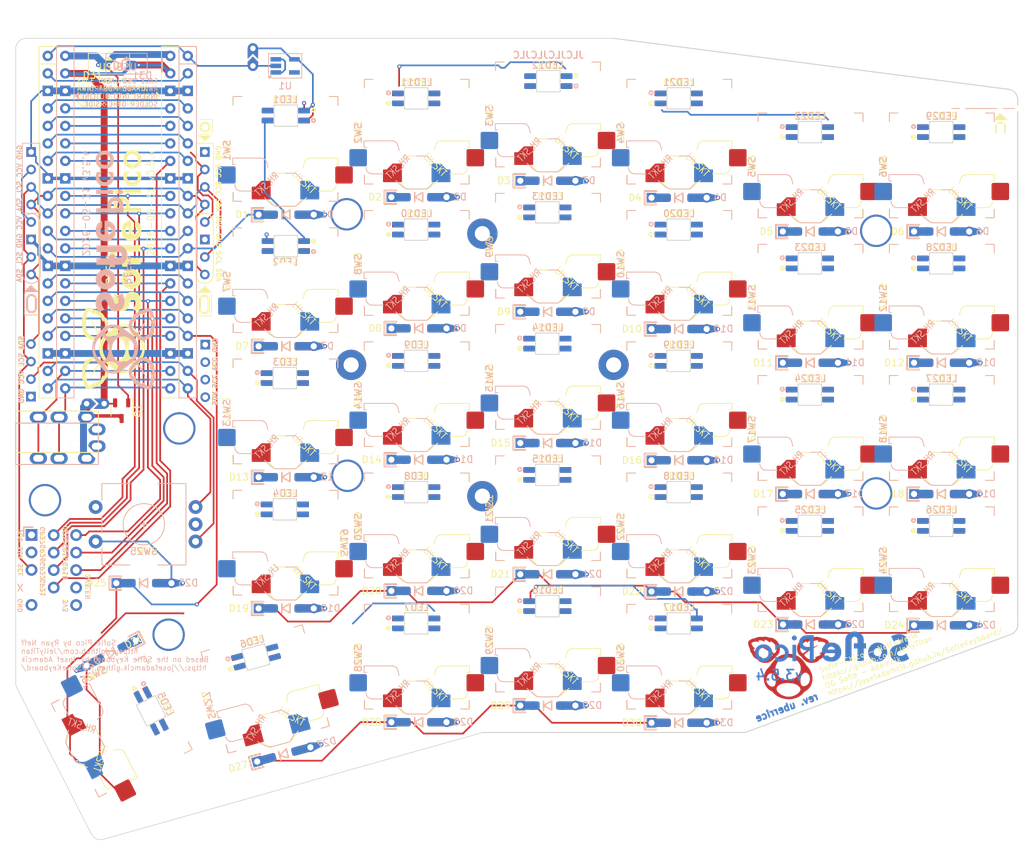
<source format=kicad_pcb>
(kicad_pcb (version 20221018) (generator pcbnew)
  (title_block (date "2024-01-08") (rev "v3.5.4"))
  (layers (0 "F.Cu" signal) (31 "B.Cu" signal) (34 "B.Paste" user) (35 "F.Paste" user) (36 "B.SilkS" user "B.Silkscreen") (37 "F.SilkS" user "F.Silkscreen") (38 "B.Mask" user) (39 "F.Mask" user) (44 "Edge.Cuts" user))
  (net 0 "")
  (net 1 "Net-(D1-A)")
  (net 2 "row4")
  (net 3 "Net-(D2-A)")
  (net 4 "Net-(D3-A)")
  (net 5 "row0")
  (net 6 "Net-(D4-A)")
  (net 7 "row1")
  (net 8 "Net-(D5-A)")
  (net 9 "row2")
  (net 10 "Net-(D6-A)")
  (net 11 "row3")
  (net 12 "Net-(D7-A)")
  (net 13 "Net-(D8-A)")
  (net 14 "Net-(D9-A)")
  (net 15 "Net-(D10-A)")
  (net 16 "Net-(D11-A)")
  (net 17 "Net-(D12-A)")
  (net 18 "Net-(D13-A)")
  (net 19 "Net-(D14-A)")
  (net 20 "Net-(D15-A)")
  (net 21 "Net-(D16-A)")
  (net 22 "Net-(D17-A)")
  (net 23 "Net-(D18-A)")
  (net 24 "Net-(D19-A)")
  (net 25 "Net-(D20-A)")
  (net 26 "Net-(D21-A)")
  (net 27 "Net-(D22-A)")
  (net 28 "Net-(D23-A)")
  (net 29 "Net-(D24-A)")
  (net 30 "Net-(D26-A)")
  (net 31 "Net-(D27-A)")
  (net 32 "Net-(D28-A)")
  (net 33 "VCC")
  (net 34 "GND")
  (net 35 "col0")
  (net 36 "col1")
  (net 37 "col2")
  (net 38 "col3")
  (net 39 "col4")
  (net 40 "SDA")
  (net 41 "LED")
  (net 42 "SCL")
  (net 43 "Net-(D29-A)")
  (net 44 "Net-(D30-A)")
  (net 45 "SW25B")
  (net 46 "SW25A")
  (net 47 "ENCB")
  (net 48 "ENCA")
  (net 49 "GP27")
  (net 50 "GP26")
  (net 51 "GP21")
  (net 52 "GP20")
  (net 53 "GP19")
  (net 54 "TX")
  (net 55 "3V3_EN")
  (net 56 "RX")
  (net 57 "Net-(JP1-B)")
  (net 58 "3V3")
  (net 59 "GP22")
  (net 60 "VBUS")
  (net 61 "GP28")
  (net 62 "Net-(LED1-DOUT)")
  (net 63 "Net-(LED2-DOUT)")
  (net 64 "Net-(LED3-DOUT)")
  (net 65 "Net-(LED4-DOUT)")
  (net 66 "Net-(LED10-DIN)")
  (net 67 "Net-(LED10-DOUT)")
  (net 68 "Net-(LED11-DOUT)")
  (net 69 "Net-(LED12-DOUT)")
  (net 70 "Net-(LED13-DOUT)")
  (net 71 "Net-(LED14-DOUT)")
  (net 72 "Net-(LED15-DOUT)")
  (net 73 "Net-(LED17-DOUT)")
  (net 74 "Net-(LED19-DOUT)")
  (net 75 "Net-(LED21-DOUT)")
  (net 76 "Net-(LED23-DOUT)")
  (net 77 "Net-(LED25-DOUT)")
  (net 78 "Net-(LED26-DOUT)")
  (net 79 "Net-(LED28-DOUT)")
  (net 80 "unconnected-(U2-GPIO18-Pad24)")
  (net 81 "unconnected-(U2-RUN-Pad30)")
  (net 82 "unconnected-(U2-ADC_VREF-Pad35)")
  (net 83 "Net-(LED5-DOUT)")
  (net 84 "Net-(LED6-DOUT)")
  (net 85 "Net-(LED7-DOUT)")
  (net 86 "Net-(LED8-DOUT)")
  (net 87 "Net-(LED16-DOUT)")
  (net 88 "Net-(LED18-DOUT)")
  (net 89 "Net-(LED20-DOUT)")
  (net 90 "Net-(LED22-DOUT)")
  (net 91 "Net-(LED24-DOUT)")
  (net 92 "Net-(LED27-DOUT)")
  (net 94 "Net-(JP2-A)")
  (footprint "Sofle_Pico:MJ-4PP-9" (layer "F.Cu") (at 81.39 91.07 90)
    (fp_text reference "J2")
    (fp_text value "4PIN" hide)
  )
  (footprint "Sofle_Pico:OLED SSD1306 128x64" (layer "F.Cu") (at 96.2125 54.27 -90)
    (fp_text reference "J3" hide)
    (fp_text value "Conn_01x04" hide)
  )
  (footprint "Sofle_Pico:Hole from sofle for M2 posts gold rimmer" (layer "F.Cu") (at 206.29 61.91)
    (fp_text reference "TH4")
    (fp_text value "HOLE" hide)
  )
  (footprint "Sofle_Pico:Hole from sofle for M2 posts gold rimmer" (layer "F.Cu") (at 206.275 100.025)
    (fp_text reference "TH6")
    (fp_text value "HOLE" hide)
  )
  (footprint "Sofle_Pico:Hole from sofle for M2 posts gold rimmer" (layer "F.Cu") (at 129.44 59.51)
    (fp_text reference "TH3")
    (fp_text value "HOLE" hide)
  )
  (footprint "Sofle_Pico:Hole from sofle for M2 posts gold rimmer" (layer "F.Cu") (at 129.53 97.46)
    (fp_text reference "TH5")
    (fp_text value "HOLE" hide)
  )
  (footprint "Sofle_Pico:Pimaroni_PinHeader_1x05_P2.54mm_Vertical Sofle v3b" (layer "F.Cu") (at 83.693 106.045)
    (fp_text reference "J1" hide)
    (fp_text value "Conn_01x05" hide)
  )
  (footprint "Sofle_Pico:Level Shifter Bypass Jumper" (layer "F.Cu") (at 115.824 36.703 90)
    (fp_text reference "JP1")
    (fp_text value "SolderJumper_2_Open")
  )
  (footprint "Sofle_Pico:Cirque tie in" (layer "F.Cu") (at 83.6375 82.2 90)
    (fp_text reference "J7" hide)
    (fp_text value "Conn_01x04")
  )
  (footprint "Sofle_Pico:PinHeader_1x05_P2.54mm_Vertical" (layer "F.Cu") (at 90.17 106.07)
    (fp_text reference "J6" hide)
    (fp_text value "Conn_01x05")
  )
  (footprint "Sofle_Pico:SW_Hotswap_Kailh_Choc_V1V2_DS_1.00u_1" (layer "F.Cu") (at 120.55 107.15 180)
    (fp_text reference "SW19")
    (fp_text value "SW_PUSH")
  )
  (footprint "Sofle_Pico:Sofle Pico logo w text" (layer "F.Cu") (at 95.580003 67.543068 90)
    (fp_text reference "REF**")
    (fp_text value "Sofle Pico logo w text")
  )
  (footprint "Sofle_Pico:PinHeader_1x05_P2.54mm_Vertical_one-dead" (layer "F.Cu") (at 86.92 106.07)
    (fp_text reference "J5" hide)
    (fp_text value "Conn_01x05")
  )
  (footprint "Sofle_Pico:D_SOD-123_DO-41_Hybrid_DoubleSided_V2_1" (layer "F.Cu") (at 96.266 37.846 180)
    (fp_text reference "D31" hide)
    (fp_text value "MBR120VLSF " hide)
  )
  (footprint "Sofle_Pico:RPi_Pico_SMD_TH_DS" (layer "F.Cu") (at 96.2125 60.654865)
    (fp_text reference "U2" hide)
    (fp_text value "Pico" hide)
  )
  (footprint "Sofle_Pico:Cirque tie in" (layer "F.Cu") (at 108.88 82.2 -90)
    (fp_text reference "J4" hide)
    (fp_text value "Conn_01x04")
  )
  (footprint "Sofle_Pico:Tenting_Puck.kicad_mod_nocenter_v2" (layer "F.Cu") (at 149.125 81.37)
    (fp_text reference "REF**")
    (fp_text value "Tenting Puck")
  )
  (footprint "Sofle_Pico:SK6803_MINI-E_V2" (layer "F.Cu") (at 120.535006 45.13)
    (fp_text reference "LED1")
    (fp_text value "SK6803 MINI-E" hide)
    (fp_rect (start 1.774982 -1.495) (end -1.625018 1.605) (stroke (width 0.125)) (fill none) (layer "Edge.Cuts"))
  )
  (footprint "Sofle_Pico:sofle diode jig" (layer "F.Cu") (at 226.805 44.16)
    (fp_text reference "REF**" hide)
    (fp_text value "sofle diode jig")
  )
  (footprint "Sofle_Pico:SK6803_MINI-E_V2" (layer "F.Cu") (at 158.635006 40.13)
    (fp_text reference "LED12")
    (fp_text value "SK6803 MINI-E" hide)
    (fp_rect (start 1.774982 -1.495) (end -1.625018 1.605) (stroke (width 0.125)) (fill none) (layer "Edge.Cuts"))
  )
  (footprint "Sofle_Pico:Hole from sofle for M2 posts gold rimmer" (layer "F.Cu") (at 103.59 120.53)
    (fp_text reference "TH8")
    (fp_text value "HOLE" hide)
  )
  (footprint "Sofle_Pico:Hole from sofle for M2 posts gold rimmer wide-keyplate-hole" (layer "F.Cu") (at 105.14 90.59)
    (fp_text reference "TH2")
    (fp_text value "HOLE" hide)
  )
  (footprint "Sofle_Pico:RotaryEncoder_Alps_EC11E-Switch_Vertical_H20mm-keebio_modified" (layer "F.Cu") (at 100 104.5 180)
    (fp_text reference "SW25" hide)
    (fp_text value "Rotary_Encoder_Switch-Device")
  )
  (footprint "Sofle_Pico:Level Shifter Bypass Jumper" (layer "F.Cu") (at 92.964 86.995)
    (fp_text reference "JP2")
    (fp_text value "SolderJumper_2_Open")
  )
  (footprint "Sofle_Pico:Sofle Pico Logo copper" (layer "F.Cu") (at 193.55 125.36)
    (fp_text reference "REF**" hide)
    (fp_text value "Sofle Pico Logo copper" hide)
  )
  (footprint "Package_TO_SOT_SMD:SOT-23-3" (layer "F.Cu") (at 96.774 88.011 -90)
    (fp_text reference "Q1")
    (fp_text value "DMG2305UX")
  )
  (footprint "clipboard:e4819d78-7681-430c-a61d-7ce8f9aac4b4" (layer "F.Cu") (at 102.22 42.88 180)
    (fp_text reference "")
    (fp_text value "")
  )
  (footprint "Sofle_Pico:Hole from sofle for M2 posts gold rimmer wide-keyplate-hole" (layer "F.Cu") (at 85.649033 101)
    (fp_text reference "TH1")
    (fp_text value "HOLE" hide)
  )
  (footprint "Sofle_Pico:D_SOD-123_DO-35_Hybrid_DoubleSided_V2" (layer "B.Cu") (at 120.65 59.563)
    (fp_text reference "D1" hide)
    (fp_text value "D" hide)
  )
  (footprint "Sofle_Pico:D_SOD-123_DO-35_Hybrid_DoubleSided_V2" (layer "B.Cu") (at 139.9225 57.02175)
    (fp_text reference "D2" hide)
    (fp_text value "D" hide)
  )
  (footprint "Sofle_Pico:D_SOD-123_DO-35_Hybrid_DoubleSided_V2" (layer "B.Cu") (at 158.628 54.645)
    (fp_text reference "D3" hide)
    (fp_text value "D" hide)
  )
  (footprint "Sofle_Pico:D_SOD-123_DO-35_Hybrid_DoubleSided_V2" (layer "B.Cu") (at 177.678 57.11)
    (fp_text reference "D4" hide)
    (fp_text value "D" hide)
  )
  (footprint "Sofle_Pico:D_SOD-123_DO-35_Hybrid_DoubleSided_V2" (layer "B.Cu") (at 196.728 62.01)
    (fp_text reference "D5" hide)
    (fp_text value "D" hide)
  )
  (footprint "Sofle_Pico:D_SOD-123_DO-35_Hybrid_DoubleSided_V2" (layer "B.Cu") (at 215.778 62.01)
    (fp_text reference "D6" hide)
    (fp_text value "D" hide)
  )
  (footprint "Sofle_Pico:D_SOD-123_DO-35_Hybrid_DoubleSided_V2" (layer "B.Cu") (at 120.65 97.663)
    (fp_text reference "D13" hide)
    (fp_text value "D" hide)
  )
  (footprint "Sofle_Pico:D_SOD-123_DO-35_Hybrid_DoubleSided_V2" (layer "B.Cu") (at 120.65 116.713)
    (fp_text reference "D19" hide)
    (fp_text value "D" hide)
  )
  (footprint "Sofle_Pico:D_SOD-123_DO-35_Hybrid_DoubleSided_V2" (layer "B.Cu") (at 100 113.04)
    (fp_text reference "D25" hide)
    (fp_text value "D" hide)
  )
  (footprint "Sofle_Pico:D_SOD-123_DO-35_Hybrid_DoubleSided_V2" (layer "B.Cu") (at 95.25 123.19 -153)
    (fp_text reference "D26" hide)
    (fp_text value "D" hide)
  )
  (footprint "Sofle_Pico:SW_Hotswap_Kailh_Choc_V1V2_DS_1.00u_1" (layer "B.Cu") (at 120.55 50)
    (fp_text reference "SW1")
    (fp_text value "SW_PUSH")
  )
  (footprint "Sofle_Pico:SW_Hotswap_Kailh_Choc_V1V2_DS_1.00u_1" (layer "B.Cu") (at 158.65 45)
    (fp_text reference "SW3")
    (fp_text value "SW_PUSH")
  )
  (footprint "Sofle_Pico:SW_Hotswap_Kailh_Choc_V1V2_DS_1.00u_1" (layer "B.Cu") (at 120.55 88.1)
    (fp_text reference "SW13")
    (fp_text value "SW_PUSH")
  )
  (footprint "Sofle_Pico:SW_Hotswap_Kailh_Choc_V1V2_DS_1.00u_1" (layer "B.Cu") (at 139.6 85.6)
    (fp_text reference "SW14")
    (fp_text value "SW_PUSH")
  )
  (footprint "Sofle_Pico:SW_Hotswap_Kailh_Choc_V1V2_DS_1.00u_1" (layer "B.Cu") (at 158.65 102.15)
    (fp_text reference "SW21")
    (fp_text value "SW_PUSH")
  )
  (footprint "Sofle_Pico:SW_Hotswap_Kailh_Choc_V1V2_DS_1.00u_1" (layer "B.Cu") (at 196.75 109.55)
    (fp_text reference "SW23")
    (fp_text value "SW_PUSH")
  )
  (footprint "Sofle_Pico:SW_Hotswap_Kailh_Choc_V1V2_DS_1.00u_1" (layer "B.Cu") (at 96.795746 133.840809 -63)
    (fp_text reference "SW26")
    (fp_text value "SW_PUSH")
  )
  (footprint "Sofle_Pico:SW_Hotswap_Kailh_Choc_V1V2_DS_1.00u_1" (layer "B.Cu") (at 117.6 128.4 15)
    (fp_text reference "SW27")
    (fp_text value "SW_PUSH")
  )
  (footprint "Sofle_Pico:SW_Hotswap_Kailh_Choc_V1V2_DS_1.00u_1" (layer "B.Cu") (at 215.8 71.45)
    (fp_text reference "SW12")
    (fp_text value "SW_PUSH")
  )
  (footprint "Sofle_Pico:SW_Hotswap_Kailh_Choc_V1V2_DS_1.00u_1" (layer "B.Cu") (at 215.8 90.5)
    (fp_text reference "SW18")
    (fp_text value "SW_PUSH")
  )
  (footprint "Sofle_Pico:SW_Hotswap_Kailh_Choc_V1V2_DS_1.00u_1" (layer "B.Cu") (at 215.8 109.55)
    (fp_text reference "SW24")
    (fp_text value "SW_PUSH")
  )
  (footprint "Sofle_Pico:SW_Hotswap_Kailh_Choc_V1V2_DS_1.00u_1" (layer "B.Cu") (at 177.7 47.5)
    (fp_text reference "SW4")
    (fp_text value "SW_PUSH")
  )
  (footprint "Sofle_Pico:D_SOD-123_DO-35_Hybrid_DoubleSided_V2" (layer "B.Cu") (at 120.65 78.663)
    (fp_text reference "D7" hide)
    (fp_text value "D" hide)
  )
  (footprint "Sofle_Pico:D_SOD-123_DO-35_Hybrid_DoubleSided_V2" (layer "B.Cu") (at 139.9225 76.07175)
    (fp_text reference "D8" hide)
    (fp_text value "D" hide)
  )
  (footprint "Sofle_Pico:D_SOD-123_DO-35_Hybrid_DoubleSided_V2" (layer "B.Cu") (at 158.628 73.66)
    (fp_text reference "D9" hide)
    (fp_text value "D" hide)
  )
  (footprint "Sofle_Pico:D_SOD-123_DO-35_Hybrid_DoubleSided_V2" (layer "B.Cu") (at 177.678 76.16)
    (fp_text reference "D10" hide)
    (fp_text value "D" hide)
  )
  (footprint "Sofle_Pico:D_SOD-123_DO-35_Hybrid_DoubleSided_V2" (layer "B.Cu") (at 196.728 81.06)
    (fp_text reference "D11" hide)
    (fp_text value "D" hide)
  )
  (footprint "Sofle_Pico:D_SOD-123_DO-35_Hybrid_DoubleSided_V2" (layer "B.Cu") (at 215.778 81.06)
    (fp_text reference "D12" hide)
    (fp_text value "D" hide)
  )
  (footprint "Sofle_Pico:SW_Hotswap_Kailh_Choc_V1V2_DS_1.00u_1" (layer "B.Cu") (at 196.75 52.4)
    (fp_text reference "SW5")
    (fp_text value "SW_PUSH")
  )
  (footprint "Sofle_Pico:SW_Hotswap_Kailh_Choc_V1V2_DS_1.00u_1" (layer "B.Cu") (at 139.6 66.55)
    (fp_text reference "SW8")
    (fp_text value "SW_PUSH")
  )
  (footprint "Sofle_Pico:SW_Hotswap_Kailh_Choc_V1V2_DS_1.00u_1" (layer "B.Cu") (at 177.7 66.55)
    (fp_text reference "SW10")
    (fp_text value "SW_PUSH")
  )
  (footprint "Sofle_Pico:SW_Hotswap_Kailh_Choc_V1V2_DS_1.00u_1" (layer "B.Cu") (at 158.65 64.05)
    (fp_text reference "SW9")
    (fp_text value "SW_PUSH")
  )
  (footprint "Sofle_Pico:SW_Hotswap_Kailh_Choc_V1V2_DS_1.00u_1" (layer "B.Cu") (at 177.7 85.6)
    (fp_text reference "SW16")
    (fp_text value "SW_PUSH")
  )
  (footprint "Sofle_Pico:SW_Hotswap_Kailh_Choc_V1V2_DS_1.00u_1" (layer "B.Cu") (at 215.8 52.4)
    (fp_text reference "SW6")
    (fp_text value "SW_PUSH")
  )
  (footprint "Sofle_Pico:SW_Hotswap_Kailh_Choc_V1V2_DS_1.00u_1" (layer "B.Cu") (at 120.55 69.05)
    (fp_text reference "SW7")
    (fp_text value "SW_PUSH")
  )
  (footprint "Sofle_Pico:SW_Hotswap_Kailh_Choc_V1V2_DS_1.00u_1" (layer "B.Cu") (at 177.7 123.7)
    (fp_text reference "SW30")
    (fp_text value "SW_PUSH")
  )
  (footprint "Sofle_Pico:SW_Hotswap_Kailh_Choc_V1V2_DS_1.00u_1" (layer "B.Cu") (at 196.75 71.45)
    (fp_text reference "SW11")
    (fp_text value "SW_PUSH")
  )
  (footprint "Sofle_Pico:SW_Hotswap_Kailh_Choc_V1V2_DS_1.00u_1" (layer "B.Cu") (at 177.7 104.65)
    (fp_text reference "SW22")
    (fp_text value "SW_PUSH")
  )
  (footprint "Sofle_Pico:SW_Hotswap_Kailh_Choc_V1V2_DS_1.00u_1" (layer "B.Cu") (at 196.75 90.5)
    (fp_text reference "SW17")
    (fp_text value "SW_PUSH")
  )
  (footprint "Sofle_Pico:SW_Hotswap_Kailh_Choc_V1V2_DS_1.00u_1" (layer "B.Cu") (at 158.65 121.2)
    (fp_text reference "SW29")
    (fp_text value "SW_PUSH")
  )
  (footprint "Sofle_Pico:SW_Hotswap_Kailh_Choc_V1V2_DS_1.00u_1" (layer "B.Cu") (at 158.65 83.1)
    (fp_text reference "SW15")
    (fp_text value "SW_PUSH")
  )
  (footprint "Sofle_Pico:SW_Hotswap_Kailh_Choc_V1V2_DS_1.00u_1" (layer "B.Cu") (at 139.6 47.5)
    (fp_text reference "SW2")
    (fp_text value "SW_PUSH")
  )
  (footprint "Sofle_Pico:D_SOD-123_DO-35_Hybrid_DoubleSided_V2" (layer "B.Cu") (at 120.305202 137.902724 15)
    (fp_text reference "D27" hide)
    (fp_text value "D" hide)
  )
  (footprint "Sofle_Pico:SW_Hotswap_Kailh_Choc_V1V2_DS_1.00u_1" (layer "B.Cu") (at 139.6 104.65)
    (fp_text reference "SW20")
    (fp_text value "SW_PUSH")
  )
  (footprint "Sofle_Pico:D_SOD-123_DO-35_Hybrid_DoubleSided_V2" (layer "B.Cu") (at 158.628 92.71)
    (fp_text reference "D15" hide)
    (fp_text value "D" hide)
  )
  (footprint "Sofle_Pico:D_SOD-123_DO-35_Hybrid_DoubleSided_V2" (layer "B.Cu") (at 196.728 100.11)
    (fp_text reference "D17" hide)
    (fp_text value "D" hide)
  )
  (footprint "Sofle_Pico:D_SOD-123_DO-35_Hybrid_DoubleSided_V2" (layer "B.Cu") (at 215.778 100.11)
    (fp_text reference "D18" hide)
    (fp_text value "D" hide)
  )
  (footprint "Sofle_Pico:D_SOD-123_DO-35_Hybrid_DoubleSided_V2" (layer "B.Cu") (at 139.9225 133.22175)
    (fp_text reference "D28" hide)
    (fp_text value "D" hide)
  )
  (footprint "Sofle_Pico:D_SOD-123_DO-35_Hybrid_DoubleSided_V2" (layer "B.Cu") (at 158.628 130.81)
    (fp_text reference "D29" hide)
    (fp_text value "D" hide)
  )
  (footprint "Sofle_Pico:D_SOD-123_DO-35_Hybrid_DoubleSided_V2" (layer "B.Cu") (at 215.778 119.16)
    (fp_text reference "D24" hide)
    (fp_text value "D" hide)
  )
  (footprint "Sofle_Pico:D_SOD-123_DO-35_Hybrid_DoubleSided_V2" (layer "B.Cu") (at 139.9225 114.17175)
    (fp_text reference "D20" hide)
    (fp_text value "D" hide)
  )
  (footprint "Sofle_Pico:D_SOD-123_DO-35_Hybrid_DoubleSided_V2" (layer "B.Cu") (at 158.628 111.76)
    (fp_text reference "D21" hide)
    (fp_text value "D" hide)
  )
  (footprint "Sofle_Pico:D_SOD-123_DO-35_Hybrid_DoubleSided_V2" (layer "B.Cu") (at 177.678 114.26)
    (fp_text reference "D22" hide)
    (fp_text value "D" hide)
  )
  (footprint "Sofle_Pico:D_SOD-123_DO-35_Hybrid_DoubleSided_V2" (layer "B.Cu") (at 196.7605 119.045)
    (fp_text reference "D23" hide)
    (fp_text value "D" hide)
  )
  (footprint "Sofle_Pico:D_SOD-123_DO-35_Hybrid_DoubleSided_V2" (layer "B.Cu") (at 139.9225 95.12175)
    (fp_text reference "D14" hide)
    (fp_text value "D" hide)
  )
  (footprint "Sofle_Pico:D_SOD-123_DO-35_Hybrid_DoubleSided_V2" (layer "B.Cu") (at 177.678 133.31)
    (fp_text reference "D30" hide)
    (fp_text value "D" hide)
  )
  (footprint "Sofle_Pico:SW_Hotswap_Kailh_Choc_V1V2_DS_1.00u_1" (layer "B.Cu") (at 139.6 123.7)
    (fp_text reference "SW28")
    (fp_text value "SW_PUSH")
  )
  (footprint "Sofle_Pico:SK6803_MINI-E_V2" (layer "B.Cu") (at 139.585006 42.63 180)
    (fp_text reference "LED11")
    (fp_text value "SK6803 MINI-E" hide)
    (fp_rect (start 1.774982 1.495) (end -1.625018 -1.605) (stroke (width 0.125)) (fill none) (layer "Edge.Cuts"))
  )
  (footprint "Sofle_Pico:SK6803_MINI-E_V2" (layer "B.Cu") (at 116.325068 123.699822 -165)
    (fp_text reference "LED6")
    (fp_text value "SK6803 MINI-E" hide)
    (fp_rect (start 1.774982 1.495) (end -1.625018 -1.605) (stroke (width 0.125)) (fill none) (layer "Edge.Cuts"))
  )
  (footprint "Sofle_Pico:SK6803_MINI-E_V2" (layer "B.Cu") (at 196.735006 85.63 180)
    (fp_text reference "LED24")
    (fp_text value "SK6803 MINI-E" hide)
    (fp_rect (start 1.774982 1.495) (end -1.625018 -1.605) (stroke (width 0.125)) (fill none) (layer "Edge.Cuts"))
  )
  (footprint "Sofle_Pico:SK6803_MINI-E_V2" (layer "B.Cu") (at 101.128141 131.616516 117)
    (fp_text reference "LED5")
    (fp_text value "SK6803 MINI-E" hide)
    (fp_rect (start 1.774982 1.495) (end -1.625018 -1.605) (stroke (width 0.125)) (fill none) (layer "Edge.Cuts"))
  )
  (footprint "Sofle_Pico:SK6803_MINI-E_V2" (layer "B.Cu") (at 196.735006 66.58 180)
    (fp_text reference "LED23")
    (fp_text value "SK6803 MINI-E" hide)
    (fp_rect (start 1.774982 1.495) (end -1.625018 -1.605) (stroke (width 0.125)) (fill none) (layer "Edge.Cuts"))
  )
  (footprint "Sofle_Pico:SK6803_MINI-E_V2" (layer "B.Cu") (at 196.735006 47.53 180)
    (fp_text reference "LED22")
    (fp_text value "SK6803 MINI-E" hide)
    (fp_rect (start 1.774982 1.495) (end -1.625018 -1.605) (stroke (width 0.125)) (fill none) (layer "Edge.Cuts"))
  )
  (footprint "Sofle_Pico:SK6803_MINI-E_V2" (layer "B.Cu") (at 196.735006 104.68 180)
    (fp_text reference "LED25")
    (fp_text value "SK6803 MINI-E" hide)
    (fp_rect (start 1.774982 1.495) (end -1.625018 -1.605) (stroke (width 0.125)) (fill none) (layer "Edge.Cuts"))
  )
  (footprint "Sofle_Pico:SK6803_MINI-E_V2" (layer "B.Cu") (at 139.585006 61.68 180)
    (fp_text reference "LED10")
    (fp_text value "SK6803 MINI-E" hide)
    (fp_rect (start 1.774982 1.495) (end -1.625018 -1.605) (stroke (width 0.125)) (fill none) (layer "Edge.Cuts"))
  )
  (footprint "Sofle_Pico:Sofle Pico logo w text" (layer "B.Cu") (at 97.070003 67.593068 90)
    (fp_text reference "REF**")
    (fp_text value "Sofle Pico logo w text")
  )
  (footprint "Sofle_Pico:SK6803_MINI-E_V2" (layer "B.Cu") (at 177.685006 99.78 180)
    (fp_text reference "LED18")
    (fp_text value "SK6803 MINI-E" hide)
    (fp_rect (start 1.774982 1.495) (end -1.625018 -1.605) (stroke (width 0.125)) (fill none) (layer "Edge.Cuts"))
  )
  (footprint "Sofle_Pico:SK6803_MINI-E_V2" (layer "B.Cu") (at 158.635006 97.28 180)
    (fp_text reference "LED15")
    (fp_text value "SK6803 MINI-E" hide)
    (fp_rect (start 1.774982 1.495) (end -1.625018 -1.605) (stroke (width 0.125)) (fill none) (layer "Edge.Cuts"))
  )
  (footprint "Sofle_Pico:SK6803_MINI-E_V2" (layer "B.Cu") (at 215.785006 85.63 180)
    (fp_text reference "LED27")
    (fp_text value "SK6803 MINI-E" hide)
    (fp_rect (start 1.774982 1.495) (end -1.625018 -1.605) (stroke (width 0.125)) (fill none) (layer "Edge.Cuts"))
  )
  (footprint "Sofle_Pico:D_SOD-123_DO-35_Hybrid_DoubleSided_V2" (layer "B.Cu") (at 177.678 95.21)
    (fp_text reference "D16" hide)
    (fp_text value "D" hide)
  )
  (footprint "Sofle_Pico:SK6803_MINI-E_V2" (layer "B.Cu") (at 120.535006 83.23 180)
    (fp_text reference "LED3")
    (fp_text value "SK6803 MINI-E" hide)
    (fp_rect (start 1.774982 1.495) (end -1.625018 -1.605) (stroke (width 0.125)) (fill none) (layer "Edge.Cuts"))
  )
  (footprint "Sofle_Pico:SK6803_MINI-E_V2" (layer "B.Cu") (at 177.685006 61.68 180)
    (fp_text reference "LED20")
    (fp_text value "SK6803 MINI-E" hide)
    (fp_rect (start 1.774982 1.495) (end -1.625018 -1.605) (stroke (width 0.125)) (fill none) (layer "Edge.Cuts"))
  )
  (footprint "Sofle_Pico:SK6803_MINI-E_V2" (layer "B.Cu") (at 139.585006 99.78 180)
    (fp_text reference "LED8")
    (fp_text value "SK6803 MINI-E" hide)
    (fp_rect (start 1.774982 1.495) (end -1.625018 -1.605) (stroke (width 0.125)) (fill none) (layer "Edge.Cuts"))
  )
  (footprint "Sofle_Pico:SK6803_MINI-E_V2" (layer "B.Cu") (at 215.785006 47.53 180)
    (fp_text reference "LED29")
    (fp_text value "SK6803 MINI-E" hide)
    (fp_rect (start 1.774982 1.495) (end -1.625018 -1.605) (stroke (width 0.125)) (fill none) (layer "Edge.Cuts"))
  )
  (footprint "PCM_Package_TO_SOT_SMD_AKL:SOT-23-5_HandSoldering" (layer "B.Cu") (at 120.5 37.973)
    (fp_text reference "U1")
    (fp_text value "SN74AHCT1G125")
  )
  (footprint "Sofle_Pico:SK6803_MINI-E_V2" (layer "B.Cu") (at 158.635006 116.33 180)
    (fp_text reference "LED16")
    (fp_text value "SK6803 MINI-E" hide)
    (fp_rect (start 1.774982 1.495) (end -1.625018 -1.605) (stroke (width 0.125)) (fill none) (layer "Edge.Cuts"))
  )
  (footprint "Sofle_Pico:SK6803_MINI-E_V2" (layer "B.Cu") (at 158.635006 59.18 180)
    (fp_text reference "LED13")
    (fp_text value "SK6803 MINI-E" hide)
    (fp_rect (start 1.774982 1.495) (end -1.625018 -1.605) (stroke (width 0.125)) (fill none) (layer "Edge.Cuts"))
  )
  (footprint "Sofle_Pico:SK6803_MINI-E_V2" (layer "B.Cu") (at 139.585006 118.83 180)
    (fp_text reference "LED7")
    (fp_text value "SK6803 MINI-E" hide)
    (fp_rect (start 1.774982 1.495) (end -1.625018 -1.605) (stroke (width 0.125)) (fill none) (layer "Edge.Cuts"))
  )
  (footprint "clipboard:e4819d78-7681-430c-a61d-7ce8f9aac4b4" (layer "B.Cu") (at 90.135 42.835)
    (fp_text reference "")
    (fp_text value "")
  )
  (footprint "Sofle_Pico:SK6803_MINI-E_V2" (layer "B.Cu") (at 120.535006 64.18)
    (fp_text reference "LED2")
    (fp_text value "SK6803 MINI-E" hide)
    (fp_rect (start 1.774982 1.495) (end -1.625018 -1.605) (stroke (width 0.125)) (fill none) (layer "Edge.Cuts"))
  )
  (footprint "Sofle_Pico:SK6803_MINI-E_V2" (layer "B.Cu") (at 177.685006 42.63 180)
    (fp_text reference "LED21")
    (fp_text value "SK6803 MINI-E" hide)
    (fp_rect (start 1.774982 1.495) (end -1.625018 -1.605) (stroke (width 0.125)) (fill none) (layer "Edge.Cuts"))
  )
  (footprint "Sofle_Pico:SK6803_MINI-E_V2" (layer "B.Cu") (at 120.535006 102.28 180)
    (fp_text reference "LED4")
    (fp_text value "SK6803 MINI-E" hide)
    (fp_rect (start 1.774982 1.495) (end -1.625018 -1.605) (stroke (width 0.125)) (fill none) (layer "Edge.Cuts"))
  )
  (footprint "Sofle_Pico:SK6803_MINI-E_V2" (layer "B.Cu") (at 177.685006 80.73 180)
    (fp_text reference "LED19")
    (fp_text value "SK6803 MINI-E" hide)
    (fp_rect (start 1.774982 1.495) (end -1.625018 -1.605) (stroke (width 0.125)) (fill none) (layer "Edge.Cuts"))
  )
  (footprint "Sofle_Pico:SK6803_MINI-E_V2" (layer "B.Cu") (at 139.585006 80.73 180)
    (fp_text reference "LED9")
    (fp_text value "SK6803 MINI-E" hide)
    (fp_rect (start 1.774982 1.495) (end -1.625018 -1.605) (stroke (width 0.125)) (fill none) (layer "Edge.Cuts"))
  )
  (footprint "Sofle_Pico:SK6803_MINI-E_V2" (layer "B.Cu") (at 158.635006 78.23 180)
    (fp_text reference "LED14")
    (fp_text value "SK6803 MINI-E" hide)
    (fp_rect (start 1.774982 1.495) (end -1.625018 -1.605) (stroke (width 0.125)) (fill none) (layer "Edge.Cuts"))
  )
  (footprint "Sofle_Pico:SK6803_MINI-E_V2" (layer "B.Cu") (at 215.785006 66.58 180)
    (fp_text reference "LED28")
    (fp_text value "SK6803 MINI-E" hide)
    (fp_rect (start 1.774982 1.495) (end -1.625018 -1.605) (stroke (width 0.125)) (fill none) (layer "Edge.Cuts"))
  )
  (footprint "Sofle_Pico:Sofle Pico Logo text only" (layer "B.Cu") (at 199.870003 122.253068 180)
    (fp_text reference "REF**" hide)
    (fp_text value "Sofle Pico Logo text only" hide)
  )
  (footprint "Sofle_Pico:SK6803_MINI-E_V2" (layer "B.Cu") (at 215.785006 104.68 180)
    (fp_text reference "LED26")
    (fp_text value "SK6803 MINI-E" hide)
    (fp_rect (start 1.774982 1.495) (end -1.625018 -1.605) (stroke (width 0.125)) (fill none) (layer "Edge.Cuts"))
  )
  (footprint "Sofle_Pico:SK6803_MINI-E_V2" (layer "B.Cu") (at 177.685006 118.83 180)
    (fp_text reference "LED17")
    (fp_text value "SK6803 MINI-E" hide)
    (fp_rect (start 1.774982 1.495) (end -1.625018 -1.605) (stroke (width 0.125)) (fill none) (layer "Edge.Cuts"))
  )
  (gr_arc (start 84.324193 73.1058) (mid 83.69 73.74) (end 83.055807 73.1058) (stroke (width 0.3)) (layer "B.SilkS"))
  (gr_line (start 83.055807 71.8558) (end 83.055807 73.1058) (stroke (width 0.3)) (layer "B.SilkS"))
  (gr_arc (start 83.055807 71.8558) (mid 83.69 71.221614) (end 84.324193 71.8558) (stroke (width 0.3)) (layer "B.SilkS"))
  (gr_line (start 82.65 74.13) (end 84.51 74.13) (stroke (width 0.1)) (layer "B.SilkS"))
  (gr_line (start 84.324193 71.8558) (end 84.324193 73.1058) (stroke (width 0.3)) (layer "B.SilkS"))
  (gr_poly (pts (xy 84.52 70.72) (xy 83.6 69.85) (xy 83.59 69.85) (xy 82.72 70.72)) (stroke (width 0.15)) (fill solid) (layer "B.SilkS"))
  (gr_line (start 82.65 71.04) (end 82.65 74.13) (stroke (width 0.1)) (layer "B.SilkS"))
  (gr_line (start 108.135807 73.2208) (end 108.135807 71.9708) (stroke (width 0.3)) (layer "F.SilkS"))
  (gr_poly (pts (xy 109.75 48) (xy 108.83 48.87) (xy 108.82 48.87) (xy 107.95 48)) (stroke (width 0.15)) (fill solid) (layer "F.SilkS"))
  (gr_line (start 107.95 74.245) (end 109.81 74.245) (stroke (width 0.1)) (layer "F.SilkS"))
  (gr_poly (pts (xy 107.94 70.835) (xy 108.86 69.965) (xy 108.87 69.965) (xy 109.74 70.835)) (stroke (width 0.15)) (fill solid) (layer "F.SilkS"))
  (gr_line (start 109.404193 73.2208) (end 109.404193 71.9708) (stroke (width 0.3)) (layer "F.SilkS"))
  (gr_arc (start 108.240807 46.873393) (mid 108.875 46.239193) (end 109.509193 46.873393) (stroke (width 0.3)) (layer "F.SilkS"))
  (gr_arc (start 109.404193 73.2208) (mid 108.77 73.855) (end 108.135807 73.2208) (stroke (width 0.3)) (layer "F.SilkS"))
  (gr_line (start 109.81 74.245) (end 109.81 71.155) (stroke (width 0.1)) (layer "F.SilkS"))
  (gr_arc (start 109.509193 46.873393) (mid 108.875 47.507579) (end 108.240807 46.873393) (stroke (width 0.3)) (layer "F.SilkS"))
  (gr_line (start 109.970807 45.733393) (end 109.970807 47.653393) (stroke (width 0.1)) (layer "F.SilkS"))
  (gr_line (start 109.970807 45.733393) (end 108.110807 45.733393) (stroke (width 0.1)) (layer "F.SilkS"))
  (gr_arc (start 108.135807 71.9708) (mid 108.77 71.336614) (end 109.404193 71.9708) (stroke (width 0.3)) (layer "F.SilkS"))
  (gr_arc (start 94.110118 150.22043) (mid 93.107754 150.145541) (end 92.377724 149.454601) (stroke (width 0.1)) (layer "Edge.Cuts"))
  (gr_line (start 226.824843 42.874865) (end 226.824843 119.074865) (stroke (width 0.15)) (layer "Edge.Cuts"))
  (gr_line (start 94.110118 150.22043) (end 149.124843 134.724865) (stroke (width 0.1)) (layer "Edge.Cuts"))
  (gr_line (start 81.403244 35.475249) (end 81.403244 127.53) (stroke (width 0.1)) (layer "Edge.Cuts"))
  (gr_arc (start 81.403244 35.475249) (mid 81.842712 34.414333) (end 82.903628 33.974865) (stroke (width 0.1)) (layer "Edge.Cuts"))
  (gr_arc (start 225.488686 41.373864) (mid 226.44242 41.870098) (end 226.824843 42.874865) (stroke (width 0.15)) (layer "Edge.Cuts"))
  (gr_line (start 187.224843 134.724865) (end 225.919106 120.452127) (stroke (width 0.15)) (layer "Edge.Cuts"))
  (gr_line (start 149.124843 134.724865) (end 187.224843 134.724865) (stroke (width 0.15)) (layer "Edge.Cuts"))
  (gr_line (start 168.174843 33.974865) (end 225.488686 41.373864) (stroke (width 0.15)) (layer "Edge.Cuts"))
  (gr_arc (start 226.824843 119.074865) (mid 226.578156 119.899093) (end 225.919106 120.452127) (stroke (width 0.15)) (layer "Edge.Cuts"))
  (gr_line (start 81.566732 128.237683) (end 92.377724 149.454601) (stroke (width 0.1)) (layer "Edge.Cuts"))
  (gr_line (start 168.174843 33.974865) (end 82.903628 33.974865) (stroke (width 0.1)) (layer "Edge.Cuts"))
  (gr_arc (start 81.566732 128.237683) (mid 81.441566 127.893873) (end 81.403244 127.53) (stroke (width 0.1)) (layer "Edge.Cuts"))
  (gr_text "${REVISION}" (at 188.620003 126.403068) (layer "B.Cu") (effects (font (size 1.5 1.5) (thickness 0.25) bold) (justify right mirror)))
  (gr_text "rev. uberrice" (at 188.66 132.78 20.2) (layer "B.Cu") (effects (font (size 1 1) (thickness 0.25)) (justify right mirror)))
  (gr_text "GP18" (at 88.61 111.28 90) (layer "B.SilkS") (effects (font (size 0.66 0.66) (thickness 0.1)) (justify mirror)))
  (gr_text "${CURRENT_DATE} ${REVISION}" (at 91.006658 50.08 270) (layer "B.SilkS") (effects (font (size 1 1) (thickness 0.125)) (justify right bottom mirror)))
  (gr_text "3V3" (at 88.63 116.32 90) (layer "B.SilkS") (effects (font (size 0.66 0.66) (thickness 0.1)) (justify mirror)))
  (gr_text "GP20" (at 88.61 106.04 90) (layer "B.SilkS") (effects (font (size 0.66 0.66) (thickness 0.1)) (justify mirror)))
  (gr_text "GP22" (at 85.34 111.253068 90) (layer "B.SilkS") (effects (font (size 0.66 0.66) (thickness 0.1)) (justify mirror)))
  (gr_text "JLCJLCJLCJLC" (at 158.7 36.98) (layer "B.SilkS") (effects (font (size 1 1) (thickness 0.2) bold) (justify bottom mirror)))
  (gr_text "3V3_EN\n" (at 92.28 111.73 90) (layer "B.SilkS") (effects (font (size 0.66 0.66) (thickness 0.1)) (justify left bottom mirror)))
  (gr_text "GP27" (at 85.34 106.143068 90) (layer "B.SilkS") (effects (font (size 0.66 0.66) (thickness 0.1)) (justify mirror)))
  (gr_text "GP19" (at 88.61 108.57 90) (layer "B.SilkS") (effects (font (size 0.66 0.66) (thickness 0.1)) (justify mirror)))
  (gr_text "GP21" (at 85.74 112.363068 90) (layer "B.SilkS") (effects (font (size 0.66 0.66) (thickness 0.1)) (justify left bottom mirror)))
  (gr_text "Sofle Pico by Ryan Neff\nhttps://github.com/JellyTitan\nBased on the Sofle Keyboard by Josef Adamcik\nhttps://josefadamcik.github.io/SofleKeyboard/" (at 82.11 125.77) (layer "B.SilkS") (effects (font (size 0.75 0.75) (thickness 0.1)) (justify right bottom mirror)))
  (gr_text "FACE USB JACK\nAWAY FROM BOARD.\nINSERT INTO OUTLINE.\nSOLDER OTHER SIDE." (at 102.105 43.955) (layer "B.SilkS") (effects (font (size 0.7 0.7) (thickness 0.1)) (justify left bottom mirror)))
  (gr_text "GP26" (at 85.36 108.693068 90) (layer "B.SilkS") (effects (font (size 0.66 0.66) (thickness 0.1)) (justify mirror)))
  (gr_text "Sofle-Chico - Neff+Werle\nhttps://github.com/JellyTitan\nOG Sofle - Adamcik\nhttps://josefadamcik.github.io/SofleKeyboard/" (at 199.39 129.54 20) (layer "F.SilkS") (effects (font (size 0.75 0.75) (thickness 0.1)) (justify left bottom)))
  (gr_text "GP20" (at 89.02 107.32 90) (layer "F.SilkS") (effects (font (size 0.66 0.66) (thickness 0.1)) (justify left bottom)))
  (gr_text "GP26" (at 85.68 110.103068 90) (layer "F.SilkS") (effects (font (size 0.66 0.66) (thickness 0.1)) (justify left bottom)))
  (gr_text "GP22" (at 85.68 112.563068 90) (layer "F.SilkS") (effects (font (size 0.66 0.66) (thickness 0.1)) (justify left bottom)))
  (gr_text "FACE USB JACK\nAWAY FROM BOARD.\nINSERT INTO OUTLINE.\nSOLDER OTHER SIDE." (at 90.25 43.91) (layer "F.SilkS") (effects (font (size 0.7 0.7) (thickness 0.1)) (justify left bottom)))
  (gr_text "GP18" (at 88.99 112.63 90) (layer "F.SilkS") (effects (font (size 0.66 0.66) (thickness 0.1)) (justify left bottom)))
  (gr_text "3V3_EN\n" (at 92.3 115.38 90) (layer "F.SilkS") (effects (font (size 0.66 0.66) (thickness 0.1)) (justify left bottom)))
  (gr_text "GP19" (at 89.02 110.07 90) (layer "F.SilkS") (effects (font (size 0.66 0.66) (thickness 0.1)) (justify left bottom)))
  (gr_text "GP27" (at 85.68 107.423068 90) (layer "F.SilkS") (effects (font (size 0.66 0.66) (thickness 0.1)) (justify left bottom)))
  (gr_text "3V3" (at 89.01 117.3 90) (layer "F.SilkS") (effects (font (size 0.66 0.66) (thickness 0.1)) (justify left bottom)))
  (gr_text "GP21" (at 85.68 114.983068 90) (layer "F.SilkS") (effects (font (size 0.66 0.66) (thickness 0.1)) (justify left bottom)))
  (gr_text "${CURRENT_DATE} ${REVISION}" (at 101.61 50.08 90) (layer "F.SilkS") (effects (font (size 1 1) (thickness 0.125)) (justify right bottom)))
  (segment (start 141.073062 115.993068) (end 133.249191 115.993068) (width 0.25) (layer "B.Cu") (net 0))
  (segment (start 133.249191 115.993068) (end 130.329191 118.913068) (width 0.25) (layer "B.Cu") (net 0))
  (segment (start 142.159994 117.08) (end 141.073062 115.993068) (width 0.25) (layer "B.Cu") (net 0))
  (segment (start 106.3725 77.164865) (end 109.678469 77.164865) (width 0.25) (layer "F.Cu") (net 2))
  (segment (start 138.93675 133.22175) (end 140.589 134.874) (width 0.25) (layer "F.Cu") (net 2))
  (segment (start 96 118.122) (end 93.853 120.269) (width 0.25) (layer "F.Cu") (net 2))
  (segment (start 131.44625 133.22175) (end 135.9225 133.22175) (width 0.25) (layer "F.Cu") (net 2))
  (segment (start 109.678469 77.164865) (end 110.57 78.056396) (width 0.25) (layer "F.Cu") (net 2))
  (segment (start 118.886463 138.811) (end 125.857 138.811) (width 0.25) (layer "F.Cu") (net 2))
  (segment (start 118.469943 138.39448) (end 118.886463 138.811) (width 0.25) (layer "F.Cu") (net 2))
  (segment (start 125.857 138.811) (end 131.44625 133.22175) (width 0.25) (layer "F.Cu") (net 2))
  (segment (start 140.589 134.874) (end 146.304 134.874) (width 0.25) (layer "F.Cu") (net 2))
  (segment (start 156.728 130.81) (end 159.228 133.31) (width 0.25) (layer "F.Cu") (net 2))
  (segment (start 159.228 133.31) (end 173.678 133.31) (width 0.25) (layer "F.Cu") (net 2))
  (segment (start 110.57 78.056396) (end 110.57 113.253071) (width 0.25) (layer "F.Cu") (net 2))
  (segment (start 110.57 113.253071) (end 107.690003 116.133068) (width 0.25) (layer "F.Cu") (net 2))
  (segment (start 96 113.04) (end 96 118.122) (width 0.25) (layer "F.Cu") (net 2))
  (segment (start 150.368 130.81) (end 155.878 130.81) (width 0.25) (layer "F.Cu") (net 2))
  (segment (start 138.0225 133.22175) (end 138.93675 133.22175) (width 0.25) (layer "F.Cu") (net 2))
  (segment (start 96.647 122.62333) (end 96.942912 122.327418) (width 0.25) (layer "F.Cu") (net 2))
  (segment (start 146.304 134.874) (end 150.368 130.81) (width 0.25) (layer "F.Cu") (net 2))
  (via (at 107.690003 116.133068) (size 0.6) (drill 0.3) (layers "F.Cu" "B.Cu") (net 2))
  (segment (start 101.143068 116.133068) (end 107.690003 116.133068) (width 0.25) (layer "B.Cu") (net 2))
  (segment (start 105.107635 75.9) (end 106.3725 77.164865) (width 0.25) (layer "B.Cu") (net 2))
  (segment (start 87.317365 75.9) (end 105.107635 75.9) (width 0.25) (layer "B.Cu") (net 2))
  (segment (start 98.05 113.04) (end 101.143068 116.133068) (width 0.25) (layer "B.Cu") (net 2))
  (segment (start 86.0525 77.164865) (end 87.317365 75.9) (width 0.25) (layer "B.Cu") (net 2))
  (segment (start 105.147365 65.69) (end 87.277635 65.69) (width 0.25) (layer "B.Cu") (net 5))
  (segment (start 106.3725 64.464865) (end 110.236 64.464865) (width 0.25) (layer "B.Cu") (net 5))
  (segment (start 115.137865 59.563) (end 116.65 59.563) (width 0.25) (layer "B.Cu") (net 5))
  (segment (start 87.277635 65.69) (end 86.0525 64.464865) (width 0.25) (layer "B.Cu") (net 5))
  (segment (start 106.3725 64.464865) (end 105.147365 65.69) (width 0.25) (layer "B.Cu") (net 5))
  (segment (start 110.236 64.464865) (end 115.137865 59.563) (width 0.25) (layer "B.Cu") (net 5))
  (segment (start 87.257365 68.34) (end 86.0525 69.544865) (width 0.25) (layer "B.Cu") (net 7))
  (segment (start 106.3725 69.544865) (end 105.167635 68.34) (width 0.25) (layer "B.Cu") (net 7))
  (segment (start 105.167635 68.34) (end 87.257365 68.34) (width 0.25) (layer "B.Cu") (net 7))
  (segment (start 105.107635 70.82) (end 106.3725 72.084865) (width 0.25) (layer "B.Cu") (net 9))
  (segment (start 86.0525 72.084865) (end 87.317365 70.82) (width 0.25) (layer "B.Cu") (net 9))
  (segment (start 87.317365 70.82) (end 105.107635 70.82) (width 0.25) (layer "B.Cu") (net 9))
  (segment (start 157.353 111.76) (end 159.004 113.411) (width 0.25) (layer "F.Cu") (net 11))
  (segment (start 139.67475 115.824) (end 150.564 115.824) (width 0.25) (layer "F.Cu") (net 11))
  (segment (start 156.728 111.76) (end 157.353 111.76) (width 0.25) (layer "F.Cu") (net 11))
  (segment (start 176.998 114.26) (end 178.562 115.824) (width 0.25) (layer "F.Cu") (net 11))
  (segment (start 118.75 116.713) (end 118.999 116.713) (width 0.25) (layer "F.Cu") (net 11))
  (segment (start 194.8605 119.045) (end 196.0845 120.269) (width 0.25) (layer "F.Cu") (net 11))
  (segment (start 189.5395 115.824) (end 192.7605 119.045) (width 0.25) (layer "F.Cu") (net 11))
  (segment (start 172.829 113.411) (end 173.678 114.26) (width 0.25) (layer "F.Cu") (net 11))
  (segment (start 196.0845 120.269) (end 210.669 120.269) (width 0.25) (layer "F.Cu") (net 11))
  (segment (start 138.0225 114.17175) (end 139.67475 115.824) (width 0.25) (layer "F.Cu") (net 11))
  (segment (start 175.778 114.26) (end 176.998 114.26) (width 0.25) (layer "F.Cu") (net 11))
  (segment (start 120.904 118.618) (end 127 118.618) (width 0.25) (layer "F.Cu") (net 11))
  (segment (start 118.999 116.713) (end 120.904 118.618) (width 0.25) (layer "F.Cu") (net 11))
  (segment (start 127 118.618) (end 131.44625 114.17175) (width 0.25) (layer "F.Cu") (net 11))
  (segment (start 131.44625 114.17175) (end 135.9225 114.17175) (width 0.25) (layer "F.Cu") (net 11))
  (segment (start 150.564 115.824) (end 154.628 111.76) (width 0.25) (layer "F.Cu") (net 11))
  (segment (start 159.004 113.411) (end 172.829 113.411) (width 0.25) (layer "F.Cu") (net 11))
  (segment (start 178.562 115.824) (end 189.5395 115.824) (width 0.25) (layer "F.Cu") (net 11))
  (segment (start 210.669 120.269) (end 211.778 119.16) (width 0.25) (layer "F.Cu") (net 11))
  (segment (start 105.120703 73.373068) (end 106.3725 74.624865) (width 0.25) (layer "B.Cu") (net 11))
  (segment (start 87.304297 73.373068) (end 105.120703 73.373068) (width 0.25) (layer "B.Cu") (net 11))
  (segment (start 86.0525 74.624865) (end 87.304297 73.373068) (width 0.25) (layer "B.Cu") (net 11))
  (segment (start 90.806521 123.951875) (end 97.338407 117.419989) (width 0.25) (layer "F.Cu") (net 30))
  (segment (start 89.281 137.795) (end 90.297 138.811) (width 0.25) (layer "F.Cu") (net 30))
  (segment (start 90.278953 123.951875) (end 90.806521 123.951875) (width 0.25) (layer "F.Cu") (net 30))
  (segment (start 88.9 125.73) (end 88.9 125.330828) (width 0.25) (layer "F.Cu") (net 30))
  (segment (start 91.685974 128.515974) (end 92.71 129.54) (width 0.25) (layer "F.Cu") (net 30))
  (segment (start 89.86074 133.446229) (end 89.281 134.025969) (width 0.25) (layer "F.Cu") (net 30))
  (segment (start 90.215813 125.755046) (end 91.685974 125.005962) (width 0.25) (layer "F.Cu") (net 30))
  (segment (start 105.737751 117.419989) (end 105.719011 117.419989) (width 0.25) (layer "F.Cu") (net 30))
  (segment (start 91.685974 125.005962) (end 91.685974 128.515974) (width 0.25) (layer "F.Cu") (net 30))
  (segment (start 89.281 134.025969) (end 89.281 137.795) (width 0.25) (layer "F.Cu") (net 30))
  (segment (start 97.338407 117.419989) (end 105.737751 117.419989) (width 0.25) (layer "F.Cu") (net 30))
  (segment (start 89.86074 133.446229) (end 88.9 132.485489) (width 0.25) (layer "F.Cu") (net 30))
  (segment (start 88.9 132.485489) (end 88.9 125.73) (width 0.25) (layer "F.Cu") (net 30))
  (segment (start 93.599 140.627138) (end 93.599 130.429) (width 0.25) (layer "F.Cu") (net 30))
  (segment (start 97.26884 143.139528) (end 96.11139 143.139528) (width 0.25) (layer "F.Cu") (net 30))
  (segment (start 88.9 125.330828) (end 90.278953 123.951875) (width 0.25) (layer "F.Cu") (net 30))
  (segment (start 96.11139 143.139528) (end 93.599 140.627138) (width 0.25) (layer "F.Cu") (net 30))
  (segment (start 93.599 130.429) (end 92.71 129.54) (width 0.25) (layer "F.Cu") (net 30))
  (segment (start 105.719011 117.419989) (end 105.664 117.475) (width 0.25) (layer "F.Cu") (net 30))
  (via (at 90.297 138.811) (size 0.4) (drill 0.2) (layers "F.Cu" "B.Cu") (net 30))
  (segment (start 90.977813 126.644046) (end 90.899373 126.644046) (width 0.25) (layer "B.Cu") (net 30))
  (segment (start 90.590619 139.104619) (end 92.460018 139.104619) (width 0.25) (layer "B.Cu") (net 30))
  (segment (start 92.460018 139.104619) (end 93.038674 139.683275) (width 0.25) (layer "B.Cu") (net 30))
  (segment (start 90.297 138.811) (end 90.590619 139.104619) (width 0.25) (layer "B.Cu") (net 30))
  (segment (start 108.585 56.769) (end 107.823 56.007) (width 0.25) (layer "F.Cu") (net 33))
  (segment (start 107.823 56.007) (end 107.823 54.0345) (width 0.25) (layer "F.Cu") (net 33))
  (segment (start 84.709 82.3285) (end 84.709 81.788) (width 0.25) (layer "F.Cu") (net 33))
  (segment (start 102.613635 37.846) (end 103.8325 39.064865) (width 1) (layer "F.Cu") (net 33))
  (segment (start 109.982 59.4955) (end 109.982 57.404) (width 0.25) (layer "F.Cu") (net 33))
  (segment (start 94.234 86.995) (end 95.7025 86.995) (width 0.25) (layer "F.Cu") (net 33))
  (segment (start 94.234 86.995) (end 94.234 81.026) (width 1) (layer "F.Cu") (net 33))
  (segment (start 94.234 81.026) (end 94.234 41.529) (width 1) (layer "F.Cu") (net 33))
  (segment (start 84.709 81.788) (end 85.471 81.026) (width 0.25) (layer "F.Cu") (net 33))
  (segment (start 94.234 41.529) (end 91.769865 39.064865) (width 1) (layer "F.Cu") (net 33))
  (segment (start 94.234 86.995) (end 94.107 86.995) (width 0.25) (layer "F.Cu") (net 33))
  (segment (start 107.823 54.0345) (end 108.8475 53.01) (width 0.25) (layer "F.Cu") (net 33))
  (segment (start 91.769865 39.064865) (end 88.5925 39.064865) (width 1) (layer "F.Cu") (net 33))
  (segment (start 107.569 51.7315) (end 107.569 51.308) (width 0.25) (layer "F.Cu") (net 33))
  (segment (start 108.8475 53.01) (end 107.569 51.7315) (width 0.25) (layer "F.Cu") (net 33))
  (segment (start 107.569 51.308) (end 106.807 50.546) (width 0.25) (layer "F.Cu") (net 33))
  (segment (start 95.7025 86.995) (end 95.824 86.8735) (width 0.25) (layer "F.Cu") (net 33))
  (segment (start 108.8475 60.63) (end 109.982 59.4955) (width 0.25) (layer "F.Cu") (net 33))
  (segment (start 98.216 37.846) (end 102.613635 37.846) (width 1) (layer "F.Cu") (net 33))
  (segment (start 85.471 81.026) (end 94.234 81.026) (width 0.25) (layer "F.Cu") (net 33))
  (segment (start 109.347 56.769) (end 108.585 56.769) (width 0.25) (layer "F.Cu") (net 33))
  (segment (start 83.6075 83.43) (end 84.709 82.3285) (width 0.25) (layer "F.Cu") (net 33))
  (segment (start 109.982 57.404) (end 109.347 56.769) (width 0.25) (layer "F.Cu") (net 33))
  (via (at 117.816942 62.441942) (size 0.6) (drill 0.3) (layers "F.Cu" "B.Cu") (net 33))
  (segment (start 83.6375 53.01) (end 82.296 54.3515) (width 0.25) (layer "B.Cu") (net 33))
  (segment (start 96.916 39.146) (end 88.673635 39.146) (width 0.5) (layer "B.Cu") (net 33))
  (segment (start 82.296 54.3515) (end 82.296 59.2885) (width 0.25) (layer "B.Cu") (net 33))
  (segment (start 117.810024 62.44886) (end 117.816942 62.441942) (width 0.25) (layer "B.Cu") (net 33))
  (segment (start 98.216 37.846) (end 96.916 39.146) (width 0.5) (layer "B.Cu") (net 33))
  (segment (start 88.673635 39.146) (end 88.5925 39.064865) (width 1) (layer "B.Cu") (net 33))
  (segment (start 117.810024 63.515) (end 117.810024 62.44886) (width 0.25) (layer "B.Cu") (net 33))
  (segment (start 102.613635 37.846) (end 98.216 37.846) (width 0.5) (layer "B.Cu") (net 33))
  (segment (start 82.296 59.2885) (end 83.6375 60.63) (width 0.25) (layer "B.Cu") (net 33))
  (segment (start 103.8325 39.064865) (end 102.613635 37.846) (width 0.5) (layer "B.Cu") (net 33))
  (segment (start 123.259988 44.465) (end 123.259988 43.384988) (width 0.25) (layer "F.Cu") (net 34))
  (segment (start 123.259988 43.384988) (end 123.25 43.375) (width 0.25) (layer "F.Cu") (net 34))
  (via (at 123.25 43.375) (size 0.6) (drill 0.3) (layers "F.Cu" "B.Cu") (net 34))
  (segment (start 86.181865 54.304865) (end 86.106 54.229) (width 0.5) (layer "B.Cu") (net 34))
  (segment (start 88.5925 41.604865) (end 103.8325 41.604865) (width 1) (layer "B.Cu") (net 34))
  (segment (start 106.3725 54.304865) (end 86.181865 54.304865) (width 0.5) (layer "B.Cu") (net 34))
  (segment (start 103.824297 79.713068) (end 94.940001 79.713068) (width 1) (layer "B.Cu") (net 34))
  (segment (start 103.8325 67.004865) (end 106.3725 67.004865) (width 1) (layer "B.Cu") (net 34))
  (segment (start 84.328 51.943) (end 84.328 51.1605) (width 0.25) (layer "B.Cu") (net 34))
  (segment (start 120.5 37.343) (end 120.5 38.5) (width 0.25) (layer "B.Cu") (net 34))
  (segment (start 84.790003 65.373068) (end 84.790003 64.322503) (width 0.5) (layer "B.Cu") (net 34))
  (segment (start 86.0525 41.604865) (end 88.5925 41.604865) (width 1) (layer "B.Cu") (net 34))
  (segment (start 120.5 38.5) (end 120.077 38.923) (width 0.25) (layer "B.Cu") (net 34))
  (segment (start 120.18 37.023) (end 120.5 37.343) (width 0.25) (layer "B.Cu") (net 34))
  (segment (start 84.328 51.1605) (end 83.6375 50.47) (width 0.25) (layer "B.Cu") (net 34))
  (segment (start 85.141135 41.604865) (end 86.0525 41.604865) (width 0.25) (layer "B.Cu") (net 34))
  (segment (start 86.0525 66.635565) (end 84.790003 65.373068) (width 0.5) (layer "B.Cu") (net 34))
  (segment (start 86.0525 79.704865) (end 88.5925 79.704865) (width 1) (layer "B.Cu") (net 34))
  (segment (start 83.6375 50.47) (end 83.6375 43.1085) (width 0.25) (layer "B.Cu") (net 34))
  (segment (start 84.790003 64.322503) (end 83.6375 63.17) (width 0.5) (layer "B.Cu") (net 34))
  (segment (start 103.8325 41.604865) (end 106.3725 41.604865) (width 1) (layer "B.Cu") (net 34))
  (segment (start 103.8325 79.704865) (end 106.3725 79.704865) (width 1) (layer "B.Cu") (net 34))
  (segment (start 83.6375 43.1085) (end 85.141135 41.604865) (width 0.25) (layer "B.Cu") (net 34))
  (segment (start 88.5925 67.004865) (end 103.8325 67.004865) (width 1) (layer "B.Cu") (net 34))
  (segment (start 119.15 37.023) (end 120.18 37.023) (width 0.25) (layer "B.Cu") (net 34))
  (segment (start 86.0525 54.304865) (end 86.0525 53.6675) (width 0.25) (layer "B.Cu") (net 34))
  (segment (start 86.0525 67.004865) (end 88.5925 67.004865) (width 1) (layer "B.Cu") (net 34))
  (segment (start 88.600703 79.713068) (end 94.940001 79.713068) (width 1) (layer "B.Cu") (net 34))
  (segment (start 86.0525 53.6675) (end 84.328 51.943) (width 0.25) (layer "B.Cu") (net 34))
  (segment (start 120.077 38.923) (end 119.15 38.923) (width 0.25) (layer "B.Cu") (net 34))
  (segment (start 105.2975 40.139865) (end 87.1275 40.139865) (width 0.25) (layer "B.Cu") (net 35))
  (segment (start 87.1275 40.139865) (end 86.0525 39.064865) (width 0.25) (layer "B.Cu") (net 35))
  (segment (start 106.3725 39.064865) (end 105.2975 40.139865) (width 0.25) (layer "B.Cu") (net 35))
  (segment (start 87.257365 42.94) (end 105.167635 42.94) (width 0.25) (layer "B.Cu") (net 36))
  (segment (start 105.167635 42.94) (end 106.3725 44.144865) (width 0.25) (layer "B.Cu") (net 36))
  (segment (start 86.0525 44.144865) (end 87.257365 42.94) (width 0.25) (layer "B.Cu") (net 36))
  (segment (start 86.0525 46.684865) (end 87.347365 45.39) (width 0.25) (layer "B.Cu") (net 37))
  (segment (start 87.347365 45.39) (end 105.077635 45.39) (width 0.25) (layer "B.Cu") (net 37))
  (segment (start 105.077635 45.39) (end 106.3725 46.684865) (width 0.25) (layer "B.Cu") (net 37))
  (segment (start 105.097635 47.95) (end 106.3725 49.224865) (width 0.25) (layer "B.Cu") (net 38))
  (segment (start 87.327365 47.95) (end 105.097635 47.95) (width 0.25) (layer "B.Cu") (net 38))
  (segment (start 86.0525 49.224865) (end 87.327365 47.95) (width 0.25) (layer "B.Cu") (net 38))
  (segment (start 87.271365 50.546) (end 105.153635 50.546) (width 0.25) (layer "B.Cu") (net 39))
  (segment (start 105.153635 50.546) (end 106.3725 51.764865) (width 0.25) (layer "B.Cu") (net 39))
  (segment (start 86.0525 51.764865) (end 87.271365 50.546) (width 0.25) (layer "B.Cu") (net 39))
  (segment (start 107.62 67.0225) (end 108.8475 68.25) (width 0.25) (layer "F.Cu") (net 40))
  (segment (start 83.6375 58.09) (end 84.36375 58.81625) (width 0.25) (layer "F.Cu") (net 40))
  (segment (start 84.820003 59.272503) (end 84.820003 59.69) (width 0.25) (layer "F.Cu") (net 40))
  (segment (start 84.775 69.012935) (end 84.775 76.910435) (width 0.25) (layer "F.Cu") (net 40))
  (segment (start 84.820003 59.348503) (end 84.820003 59.69) (width 0.25) (layer "F.Cu") (net 40))
  (segment (start 83.6375 67.875435) (end 84.775 69.012935) (width 0.25) (layer "F.Cu") (net 40))
  (segment (start 108.8475 58.555571) (end 107.62 59.783071) (width 0.25) (layer "F.Cu") (net 40))
  (segment (start 83.63 78.055435) (end 84.775 76.910435) (width 0.25) (layer "F.Cu") (net 40))
  (segment (start 84.820003 59.69) (end 84.820003 66.692932) (width 0.25) (layer "F.Cu") (net 40))
  (segment (start 107.602365 56.844865) (end 108.8475 58.09) (width 0.25) (layer "F.Cu") (net 40))
  (segment (start 106.3725 56.844865) (end 107.602365 56.844865) (width 0.25) (layer "F.Cu") (net 40))
  (segment (start 107.62 59.783071) (end 107.62 67.0225) (width 0.25) (layer "F.Cu") (net 40))
  (segment (start 84.882635 56.844865) (end 83.6375 58.09) (width 0.25) (layer "F.Cu") (net 40))
  (segment (start 83.6375 58.09) (end 84.820003 59.272503) (width 0.25) (layer "F.Cu") (net 40))
  (segment (start 86.0525 56.844865) (end 84.882635 56.844865) (width 0.25) (layer "F.Cu") (net 40))
  (segment (start 84.820003 66.692932) (end 83.6375 67.875435) (width 0.25) (layer "F.Cu") (net 40))
  (segment (start 86.0525 56.844865) (end 87.1275 55.769865) (width 0.25) (layer "B.Cu") (net 40))
  (segment (start 87.1275 55.769865) (end 105.2975 55.769865) (width 0.25) (layer "B.Cu") (net 40))
  (segment (start 105.2975 55.769865) (end 106.3725 56.844865) (width 0.25) (layer "B.Cu") (net 40))
  (segment (start 118.919 37.973) (end 119.046 38.1) (width 0.25) (layer "B.Cu") (net 41))
  (segment (start 104.967635 35.12) (end 87.457365 35.12) (width 0.25) (layer "B.Cu") (net 41))
  (segment (start 115.824 37.973) (end 118.919 37.973) (width 0.25) (layer "B.Cu") (net 41))
  (segment (start 106.3725 36.524865) (end 104.967635 35.12) (width 0.25) (layer "B.Cu") (net 41))
  (segment (start 87.457365 35.12) (end 86.0525 36.524865) (width 0.25) (layer "B.Cu") (net 41))
  (segment (start 107.820635 37.973) (end 115.824 37.973) (width 0.25) (layer "B.Cu") (net 41))
  (segment (start 106.3725 36.524865) (end 107.820635 37.973) (width 0.25) (layer "B.Cu") (net 41))
  (segment (start 111.125 57.8275) (end 111.125 63.4325) (width 0.25) (layer "F.Cu") (net 42))
  (segment (start 111.125 63.4325) (end 108.8475 65.71) (width 0.25) (layer "F.Cu") (net 42))
  (segment (start 83.6075 80.89) (end 82.584 79.8665) (width 0.25) (layer "F.Cu") (net 42))
  (segment (start 83.693 111.125) (end 81.915 109.347) (width 0.25) (layer "F.Cu") (net 42))
  (segment (start 82.614 56.5735) (end 83.6375 55.55) (width 0.25) (layer "F.Cu") (net 42))
  (segment (start 82.614 64.6865) (end 82.614 56.5735) (width 0.25) (layer "F.Cu") (net 42))
  (segment (start 82.584 79.8665) (end 82.584 66.7635) (width 0.25) (layer "F.Cu") (net 42))
  (segment (start 108.8475 55.55) (end 111.125 57.8275) (width 0.25) (layer "F.Cu") (net 42))
  (segment (start 81.915 109.347) (end 81.915 82.5825) (width 0.25) (layer "F.Cu") (net 42))
  (segment (start 83.6375 65.71) (end 82.614 64.6865) (width 0.25) (layer "F.Cu") (net 42))
  (segment (start 81.915 82.5825) (end 83.6075 80.89) (width 0.25) (layer "F.Cu") (net 42))
  (segment (start 82.584 66.7635) (end 83.6375 65.71) (width 0.25) (layer "F.Cu") (net 42))
  (segment (start 105.153635 58.166) (end 106.3725 59.384865) (width 0.25) (layer "B.Cu") (net 42))
  (segment (start 84.661 56.5735) (end 84.661 57.993365) (width 0.25) (layer "B.Cu") (net 42))
  (segment (start 107.620003 58.137362) (end 107.620003 56.559997) (width 0.25) (layer "B.Cu") (net 42))
  (segment (start 87.271365 58.166) (end 105.153635 58.166) (width 0.25) (layer "B.Cu") (net 42))
  (segment (start 83.6375 55.55) (end 84.661 56.5735) (width 0.25) (layer "B.Cu") (net 42))
  (segment (start 86.0525 59.384865) (end 87.271365 58.166) (width 0.25) (layer "B.Cu") (net 42))
  (segment (start 107.620003 56.559997) (end 108.63 55.55) (width 0.25) (layer "B.Cu") (net 42))
  (segment (start 84.661 57.993365) (end 86.0525 59.384865) (width 0.25) (layer "B.Cu") (net 42))
  (segment (start 106.639813 59.117552) (end 107.620003 58.137362) (width 0.25) (layer "B.Cu") (net 42))
  (segment (start 104 110.48) (end 104 113.04) (width 0.25) (layer "B.Cu") (net 45))
  (segment (start 93 107) (end 100.52 107) (width 0.25) (layer "B.Cu") (net 45))
  (segment (start 100.52 107) (end 104 110.48) (width 0.25) (layer "B.Cu") (net 45))
  (segment (start 105.137365 63.16) (end 106.3725 61.924865) (width 0.25) (layer "B.Cu") (net 46))
  (segment (start 86.0525 61.967017) (end 87.245483 63.16) (width 0.25) (layer "B.Cu") (net 46))
  (segment (start 87.245483 63.16) (end 105.137365 63.16) (width 0.25) (layer "B.Cu") (net 46))
  (segment (start 109.66 99.84) (end 109.66 89.186396) (width 0.25) (layer "F.Cu") (net 47))
  (segment (start 106.3725 85.898896) (end 106.3725 84.784865) (width 0.25) (layer "F.Cu") (net 47))
  (segment (start 109.66 89.186396) (end 106.3725 85.898896) (width 0.25) (layer "F.Cu") (net 47))
  (segment (start 107.5 102) (end 109.66 99.84) (width 0.25) (layer "F.Cu") (net 47))
  (segment (start 106.3725 84.784865) (end 105.090703 83.503068) (width 0.25) (layer "B.Cu") (net 47))
  (segment (start 87.334297 83.503068) (end 86.0525 84.784865) (width 0.25) (layer "B.Cu") (net 47))
  (segment (start 105.090703 83.503068) (end 87.334297 83.503068) (width 0.25) (layer "B.Cu") (net 47))
  (segment (start 107.68 83.552365) (end 107.68 86.57) (width 0.25) (layer "F.Cu") (net 48))
  (segment (start 107.68 86.57) (end 110.12 89.01) (width 0.25) (layer "F.Cu") (net 48))
  (segment (start 110.12 104.38) (end 107.5 107) (width 0.25) (layer "F.Cu") (net 48))
  (segment (start 110.12 89.01) (end 110.12 104.38) (width 0.25) (layer "F.Cu") (net 48))
  (segment (start 106.3725 82.244865) (end 107.68 83.552365) (width 0.25) (layer "F.Cu") (net 48))
  (segment (start 105.107635 80.98) (end 106.3725 82.244865) (width 0.25) (layer "B.Cu") (net 48))
  (segment (start 86.0525 82.244865) (end 87.317365 80.98) (width 0.25) (layer "B.Cu") (net 48))
  (segment (start 87.317365 80.98) (end 105.107635 80.98) (width 0.25) (layer "B.Cu") (net 48))
  (segment (start 93.753332 103.730272) (end 96.901 100.582604) (width 0.25) (layer "F.Cu") (net 49))
  (segment (start 97.655003 56.852862) (end 97.663 56.844865) (width 0.25) (layer "F.Cu") (net 49))
  (segment (start 86.92 106.062545) (end 89.252272 103.730272) (width 0.25) (layer "F.Cu") (net 49))
  (segment (start 97.655003 59.643749) (end 97.655003 56.852862) (width 0.25) (layer "F.Cu") (net 49))
  (segment (start 98.679 60.667746) (end 97.655003 59.643749) (width 0.25) (layer "F.Cu") (net 49))
  (segment (start 96.901 100.582604) (end 96.901 97.914208) (width 0.25) (layer "F.Cu") (net 49))
  (segment (start 98.679 96.136208) (end 98.679 60.667746) (width 0.25) (layer "F.Cu") (net 49))
  (segment (start 89.252272 103.730272) (end 93.753332 103.730272) (width 0.25) (layer "F.Cu") (net 49))
  (segment (start 86.92 106.07) (end 86.92 106.062545) (width 0.25) (layer "F.Cu") (net 49))
  (segment (start 96.901 97.914208) (end 98.679 96.136208) (width 0.25) (layer "F.Cu") (net 49))
  (via (at 97.663 56.844865) (size 0.6) (drill 0.3) (layers "F.Cu" "B.Cu") (net 49))
  (segment (start 103.8325 56.844865) (end 88.5925 56.844865) (width 0.25) (layer "B.Cu") (net 49))
  (segment (start 88.392 107.138) (end 86.92 108.61) (width 0.25) (layer "F.Cu") (net 50))
  (segment (start 99.314 59.384865) (end 99.314 96.328802) (width 0.25) (layer "F.Cu") (net 50))
  (segment (start 97.536 98.106802) (end 97.536 100.711) (width 0.25) (layer "F.Cu") (net 50))
  (segment (start 89.351941 104.267) (end 88.392 105.226941) (width 0.25) (layer "F.Cu") (net 50))
  (segment (start 99.314 96.328802) (end 97.536 98.106802) (width 0.25) (layer "F.Cu") (net 50))
  (segment (start 93.98 104.267) (end 89.351941 104.267) (width 0.25) (layer "F.Cu") (net 50))
  (segment (start 88.392 105.226941) (end 88.392 107.138) (width 0.25) (layer "F.Cu") (net 50))
  (segment (start 97.536 100.711) (end 93.98 104.267) (width 0.25) (layer "F.Cu") (net 50))
  (via (at 99.314 59.384865) (size 0.6) (drill 0.3) (layers "F.Cu" "B.Cu") (net 50))
  (segment (start 88.5925 59.384865) (end 103.8325 59.384865) (width 0.25) (layer "B.Cu") (net 50))
  (segment (start 86.92 113.69) (end 88.285 112.325) (width 0.25) (layer "F.Cu") (net 51))
  (segment (start 102.365 71.012365) (end 103.8325 69.544865) (width 0.25) (layer "F.Cu") (net 51))
  (segment (start 93.415 112.325) (end 103.828 101.912) (width 0.25) (layer "F.Cu") (net 51))
  (segment (start 103.828 96.716) (end 102.365 95.253) (width 0.25) (layer "F.Cu") (net 51))
  (segment (start 103.828 101.912) (end 103.828 96.716) (width 0.25) (layer "F.Cu") (net 51))
  (segment (start 102.365 95.253) (end 102.365 71.012365) (width 0.25) (layer "F.Cu") (net 51))
  (segment (start 88.285 112.325) (end 93.415 112.325) (width 0.25) (layer "F.Cu") (net 51))
  (segment (start 103.8325 69.544865) (end 98.490003 69.544865) (width 0.25) (layer "B.Cu") (net 51))
  (segment (start 98.490003 69.544865) (end 98.490012 69.544874) (width 0.25) (layer "B.Cu") (net 51))
  (segment (start 98.490012 69.544874) (end 100.594 69.544874) (width 0.25) (layer "B.Cu") (net 51))
  (segment (start 88.5925 69.544865) (end 98.490003 69.544865) (width 0.25) (layer "B.Cu") (net 51))
  (segment (start 90.17 106.07) (end 91.542 106.07) (width 0.25) (layer "F.Cu") (net 52))
  (segment (start 97.663 105.537) (end 102.362 100.838) (width 0.25) (layer "F.Cu") (net 52))
  (segment (start 100.584 96.266) (end 100.584 72.136) (width 0.25) (layer "F.Cu") (net 52))
  (segment (start 102.362 100.838) (end 102.362 98.044) (width 0.25) (layer "F.Cu") (net 52))
  (segment (start 92.075 105.537) (end 97.663 105.537) (width 0.25) (layer "F.Cu") (net 52))
  (segment (start 91.542 106.07) (end 92.075 105.537) (width 0.25) (layer "F.Cu") (net 52))
  (segment (start 102.362 98.044) (end 100.584 96.266) (width 0.25) (layer "F.Cu") (net 52))
  (via (at 100.584 72.136) (size 0.6) (drill 0.3) (layers "F.Cu" "B.Cu") (net 52))
  (segment (start 103.8325 72.084865) (end 88.5925 72.084865) (width 0.25) (layer "B.Cu") (net 52))
  (segment (start 102.87 101.092) (end 95.352 108.61) (width 0.25) (layer "F.Cu") (net 53))
  (segment (start 101.219 96.012) (end 102.87 97.663) (width 0.25) (layer "F.Cu") (net 53))
  (segment (start 95.352 108.61) (end 90.24 108.61) (width 0.25) (layer "F.Cu") (net 53))
  (segment (start 102.87 97.663) (end 102.87 101.092) (width 0.25) (layer "F.Cu") (net 53))
  (segment (start 101.219 74.676) (end 101.219 96.012) (width 0.25) (layer "F.Cu") (net 53))
  (via (at 101.219 74.676) (size 0.6) (drill 0.3) (layers "F.Cu" "B.Cu") (net 53))
  (segment (start 88.5925 74.624865) (end 103.8325 74.624865) (width 0.25) (layer "B.Cu") (net 53))
  (segment (start 88.5925 84.784865) (end 88.5925 88.0675) (width 0.25) (layer "F.Cu") (net 54))
  (segment (start 87.69 88.97) (end 87.69 94.92) (width 0.25) (layer "F.Cu") (net 54))
  (segment (start 88.5925 88.0675) (end 87.69 88.97) (width 0.25) (layer "F.Cu") (net 54))
  (segment (start 103.697635 84.65) (end 88.727365 84.65) (width 0.25) (layer "B.Cu") (net 54))
  (segment (start 99.485135 44.144865) (end 99.48 44.15) (width 0.25) (layer "B.Cu") (net 55))
  (segment (start 88.5925 44.144865) (end 99.474865 44.144865) (width 0.25) (layer "B.Cu") (net 55))
  (segment (start 99.474865 44.144865) (end 99.48 44.15) (width 0.25) (layer "B.Cu") (net 55))
  (segment (start 103.8325 44.144865) (end 99.485135 44.144865) (width 0.25) (layer "B.Cu") (net 55))
  (segment (start 87.310003 86.423068) (end 87.310003 83.527362) (width 0.25) (layer "F.Cu") (net 56))
  (segment (start 87.310003 83.527362) (end 88.5925 82.244865) (width 0.25) (layer "F.Cu") (net 56))
  (segment (start 84.763071 88.97) (end 87.310003 86.423068) (width 0.25) (layer "F.Cu") (net 56))
  (segment (start 84.69 88.97) (end 84.69 94.92) (width 0.25) (layer "F.Cu") (net 56))
  (segment (start 88.5925 82.244865) (end 103.8325 82.244865) (width 0.25) (layer "B.Cu") (net 56))
  (segment (start 123.72 45.905) (end 123.259988 45.905) (width 0.25) (layer "F.Cu") (net 57))
  (segment (start 124.525 43.625) (end 124.525 45.1) (width 0.25) (layer "F.Cu") (net 57))
  (segment (start 124.525 45.1) (end 123.72 45.905) (width 0.25) (layer "F.Cu") (net 57))
  (via (at 124.525 43.625) (size 0.6) (drill 0.3) (layers "F.Cu" "B.Cu") (net 57))
  (segment (start 122.351288 37.023) (end 121.85 37.023) (width 0.25) (layer "B.Cu") (net 57))
  (segment (start 124.525 39.196712) (end 122.351288 37.023) (width 0.25) (layer "B.Cu") (net 57))
  (segment (start 123.685 44.465) (end 124.525 43.625) (width 0.25) (layer "B.Cu") (net 57))
  (segment (start 119.888 35.433) (end 115.824 35.433) (width 0.25) (layer "B.Cu") (net 57))
  (segment (start 124.525 43.625) (end 124.525 39.196712) (width 0.25) (layer "B.Cu") (net 57))
  (segment (start 123.259988 44.465) (end 123.685 44.465) (width 0.25) (layer "B.Cu") (net 57))
  (segment (start 121.85 37.023) (end 121.478 37.023) (width 0.25) (layer "B.Cu") (net 57))
  (segment (start 121.478 37.023) (end 119.888 35.433) (width 0.25) (layer "B.Cu") (net 57))
  (segment (start 88.5925 46.684865) (end 101.195356 46.684865) (width 0.25) (layer "B.Cu") (net 58))
  (segment (start 103.8325 46.684865) (end 101.203322 46.684865) (width 0.25) (layer "B.Cu") (net 58))
  (segment (start 101.195356 46.684865) (end 101.199339 46.688848) (width 0.25) (layer "B.Cu") (net 58))
  (segment (start 101.203322 46.684865) (end 101.199339 46.688848) (width 0.25) (layer "B.Cu") (net 58))
  (segment (start 98.070003 100.965) (end 94.260003 104.775) (width 0.25) (layer "F.Cu") (net 59))
  (segment (start 99.949 64.516) (end 99.949 96.5835) (width 0.25) (layer "F.Cu") (net 59))
  (segment (start 99.949 96.5835) (end 98.070003 98.462497) (width 0.25) (layer "F.Cu") (net 59))
  (segment (start 94.260003 104.775) (end 89.535 104.775) (width 0.25) (layer "F.Cu") (net 59))
  (segment (start 89.535 104.775) (end 88.9 105.41) (width 0.25) (layer "F.Cu") (net 59))
  (segment (start 88.9 105.41) (end 88.9 109.17) (width 0.25) (layer "F.Cu") (net 59))
  (segment (start 88.9 109.17) (end 86.92 111.15) (width 0.25) (layer "F.Cu") (net 59))
  (segment (start 98.070003 98.462497) (end 98.070003 100.965) (width 0.25) (layer "F.Cu") (net 59))
  (via (at 99.949 64.516) (size 0.6) (drill 0.3) (layers "F.Cu" "B.Cu") (net 59))
  (segment (start 88.5925 64.464865) (end 103.8325 64.464865) (width 0.25) (layer "B.Cu") (net 59))
  (segment (start 97.724 86.8735) (end 97.724 85.786) (width 0.25) (layer "F.Cu") (net 60))
  (segment (start 96.266 84.328) (end 96.266 39.746) (width 0.25) (layer "F.Cu") (net 60))
  (segment (start 93.044865 36.524865) (end 88.5925 36.524865) (width 1) (layer "F.Cu") (net 60))
  (segment (start 97.724 85.786) (end 96.266 84.328) (width 0.25) (layer "F.Cu") (net 60))
  (segment (start 96.266 39.746) (end 94.366 37.846) (width 0.25) (layer "F.Cu") (net 60))
  (segment (start 103.629635 36.322) (end 103.8325 36.524865) (width 1) (layer "F.Cu") (net 60))
  (segment (start 94.366 37.846) (end 93.044865 36.524865) (width 1) (layer "F.Cu") (net 60))
  (segment (start 94.366 37.846) (end 95.89 36.322) (width 1) (layer "B.Cu") (net 60))
  (segment (start 103.629635 36.322) (end 103.8325 36.524865) (width 1) (layer "B.Cu") (net 60))
  (segment (start 93.044865 36.524865) (end 94.366 37.846) (width 1) (layer "B.Cu") (net 60))
  (segment (start 88.5925 36.524865) (end 93.044865 36.524865) (width 1) (layer "B.Cu") (net 60))
  (segment (start 95.89 36.322) (end 103.629635 36.322) (width 1) (layer "B.Cu") (net 60))
  (segment (start 103.378 97.155) (end 101.854 95.631) (width 0.25) (layer "F.Cu") (net 61))
  (segment (start 90.24 111.15) (end 93.696396 111.15) (width 0.25) (layer "F.Cu") (net 61))
  (segment (start 103.378 101.468396) (end 103.378 97.155) (width 0.25) (layer "F.Cu") (net 61))
  (segment (start 101.854 53.743365) (end 103.8325 51.764865) (width 0.25) (layer "F.Cu") (net 61))
  (segment (start 93.696396 111.15) (end 103.378 101.468396) (width 0.25) (layer "F.Cu") (net 61))
  (segment (start 101.854 95.631) (end 101.854 53.743365) (width 0.25) (layer "F.Cu") (net 61))
  (segment (start 103.8325 51.764865) (end 99.441 51.764865) (width 0.25) (layer "B.Cu") (net 61))
  (segment (start 88.5925 51.764865) (end 99.441 51.764865) (width 0.25) (layer "B.Cu") (net 61))
  (segment (start 117.959988 45.905) (end 117.549988 46.315) (width 0.25) (layer "B.Cu") (net 62))
  (segment (start 117.549988 56.303988) (end 120.25 59.004) (width 0.25) (layer "B.Cu") (net 62))
  (segment (start 123.259988 62.884988) (end 123.259988 63.405) (width 0.25) (layer "B.Cu") (net 62))
  (segment (start 120.25 59.004) (end 120.25 59.875) (width 0.25) (layer "B.Cu") (net 62))
  (segment (start 120.25 59.875) (end 120.25 60.125) (width 0.25) (layer "B.Cu") (net 62))
  (segment (start 117.549988 46.315) (end 117.549988 56.303988) (width 0.25) (layer "B.Cu") (net 62))
  (segment (start 120.25 59.875) (end 123.259988 62.884988) (width 0.25) (layer "B.Cu") (net 62))
  (segment (start 117.33 64.955) (end 117.810024 64.955) (width 0.25) (layer "B.Cu") (net 63))
  (segment (start 137.045 38.101208) (end 137.07314 38.073068) (width 0.25) (layer "F.Cu") (net 68))
  (segment (start 137.045 40.88) (end 137.045 38.101208) (width 0.25) (layer "F.Cu") (net 68))
  (via (at 137.07314 38.073068) (size 0.6) (drill 0.3) (layers "F.Cu" "B.Cu") (net 68))
  (segment (start 137.07314 38.073068) (end 137.24314 37.903068) (width 0.25) (layer "B.Cu") (net 68))
  (segment (start 137.24314 37.903068) (end 151.460003 37.903068) (width 0.25) (layer "B.Cu") (net 68))
  (segment (start 151.460003 37.903068) (end 151.810003 38.253068) (width 0.25) (layer "B.Cu") (net 68))
  (segment (start 160.251935 37.445) (end 161.186935 38.38) (width 0.25) (layer "B.Cu") (net 68))
  (segment (start 151.810003 38.253068) (end 152.360003 38.253068) (width 0.25) (layer "B.Cu") (net 68))
  (segment (start 152.360003 38.253068) (end 153.168071 37.445) (width 0.25) (layer "B.Cu") (net 68))
  (segment (start 153.168071 37.445) (end 160.251935 37.445) (width 0.25) (layer "B.Cu") (net 68))
  (segment (start 156.109994 114.364512) (end 156.900003 113.574503) (width 0.25) (layer "F.Cu") (net 73))
  (segment (start 156.109994 115.58) (end 156.109994 114.364512) (width 0.25) (layer "F.Cu") (net 73))
  (via (at 156.900003 113.574503) (size 0.6) (drill 0.3) (layers "F.Cu" "B.Cu") (net 73))
  (segment (start 180.259994 117.08) (end 178.509994 115.33) (width 0.25) (layer "B.Cu") (net 73))
  (segment (start 156.900003 113.574503) (end 157.071438 113.403068) (width 0.25) (layer "B.Cu") (net 73))
  (segment (start 170.990003 113.403068) (end 172.916935 115.33) (width 0.25) (layer "B.Cu") (net 73))
  (segment (start 172.916935 115.33) (end 178.509994 115.33) (width 0.25) (layer "B.Cu") (net 73))
  (segment (start 157.071438 113.403068) (end 170.990003 113.403068) (width 0.25) (layer "B.Cu") (net 73))
  (segment (start 180.259994 116.832811) (end 180.259994 118.08) (width 0.25) (layer "B.Cu") (net 73))
  (segment (start 199.309994 45.78) (end 198.603062 45.073068) (width 0.25) (layer "B.Cu") (net 75))
  (segment (start 178.900003 44.623068) (end 175.393062 44.623068) (width 0.25) (layer "B.Cu") (net 75))
  (segment (start 175.393062 44.623068) (end 175.159994 44.39) (width 0.25) (layer "B.Cu") (net 75))
  (segment (start 179.350003 45.073068) (end 178.900003 44.623068) (width 0.25) (layer "B.Cu") (net 75))
  (segment (start 198.603062 45.073068) (end 179.350003 45.073068) (width 0.25) (layer "B.Cu") (net 75))
  (segment (start 88.5925 77.164865) (end 103.8325 77.164865) (width 0.25) (layer "B.Cu") (net 80))
  (segment (start 103.8325 61.924865) (end 88.5925 61.924865) (width 0.25) (layer "B.Cu") (net 81))
  (segment (start 103.8325 49.224865) (end 88.5925 49.224865) (width 0.25) (layer "B.Cu") (net 82))
  (segment (start 96.3985 88.773) (end 96.774 89.1485) (width 0.5) (layer "F.Cu") (net 94))
  (segment (start 91.694 88.966) (end 91.69 88.97) (width 0.25) (layer "F.Cu") (net 94))
  (segment (start 91.24 94.47) (end 91.69 94.92) (width 1) (layer "F.Cu") (net 94))
  (segment (start 91.694 87.884) (end 91.24 88.338) (width 1) (layer "F.Cu") (net 94))
  (segment (start 91.694 86.995) (end 91.694 87.884) (width 1) (layer "F.Cu") (net 94))
  (segment (start 91.69 88.97) (end 91.887 88.773) (width 0.5) (layer "F.Cu") (net 94))
  (segment (start 91.24 88.338) (end 91.24 94.47) (width 1) (layer "F.Cu") (net 94))
  (segment (start 91.694 87.884) (end 91.694 88.966) (width 1) (layer "F.Cu") (net 94))
  (segment (start 91.887 88.773) (end 96.3985 88.773) (width 0.5) (layer "F.Cu") (net 94))
  (segment (start 91.694 86.995) (end 91.24 87.449) (width 1) (layer "B.Cu") (net 94))
  (segment (start 91.24 94.47) (end 91.69 94.92) (width 1) (layer "B.Cu") (net 94))
  (segment (start 91.24 87.449) (end 91.24 94.47) (width 1) (layer "B.Cu") (net 94))
)
</source>
